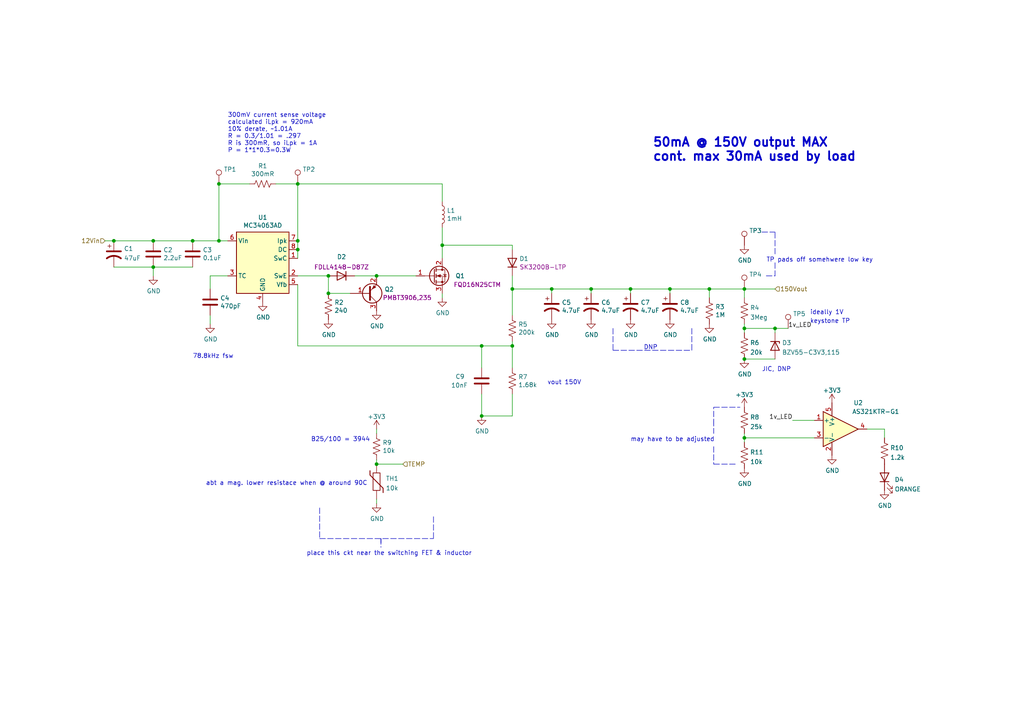
<source format=kicad_sch>
(kicad_sch (version 20211123) (generator eeschema)
  (paper "A4")
  (lib_symbols
    (symbol "Connector:TestPoint" (pin_numbers hide) (pin_names (offset 0.762) hide)
      (property "Reference" "TP" (at 0 6.858 0))
      (property "Value" "TestPoint" (at 0 5.08 0))
      (symbol "TestPoint_0_1"
        (circle (center 0 3.302) (radius 0.762))
      )
      (symbol "TestPoint_1_1"
        (pin passive line (at 0 0 90) (length 2.54) (name "1") (number "1"))
      )
    )
    (symbol "Device:C" (pin_numbers hide) (pin_names (offset 0.254))
      (property "Reference" "C" (at 0.635 2.54 0))
      (property "Value" "C" (at 0.635 -2.54 0))
      (symbol "C_0_1"
        (polyline (pts (xy -2.032 -0.762) (xy 2.032 -0.762)) (stroke (width 0.508)))
        (polyline (pts (xy -2.032 0.762) (xy 2.032 0.762)) (stroke (width 0.508)))
      )
      (symbol "C_1_1"
        (pin passive line (at 0 3.81 270) (length 2.794) (name "~") (number "1"))
        (pin passive line (at 0 -3.81 90) (length 2.794) (name "~") (number "2"))
      )
    )
    (symbol "Device:CP1" (pin_numbers hide) (pin_names (offset 0.254) hide)
      (property "Reference" "C" (at 0.635 2.54 0))
      (property "Value" "Device_CP1" (at 0.635 -2.54 0))
      (symbol "CP1_0_1"
        (polyline (pts (xy -2.032 0.762) (xy 2.032 0.762)) (stroke (width 0.508)))
        (polyline (pts (xy -1.778 2.286) (xy -0.762 2.286)))
        (polyline (pts (xy -1.27 1.778) (xy -1.27 2.794)))
        (arc (start 2.032 -1.27) (mid 0 -0.5572) (end -2.032 -1.27) (stroke (width 0.508)))
      )
      (symbol "CP1_1_1"
        (pin passive line (at 0 3.81 270) (length 2.794) (name "~") (number "1"))
        (pin passive line (at 0 -3.81 90) (length 3.302) (name "~") (number "2"))
      )
    )
    (symbol "Device:C_Polarized_US" (pin_numbers hide) (pin_names (offset 0.254) hide)
      (property "Reference" "C" (at 0.635 2.54 0))
      (property "Value" "C_Polarized_US" (at 0.635 -2.54 0))
      (symbol "C_Polarized_US_0_1"
        (polyline (pts (xy -2.032 0.762) (xy 2.032 0.762)) (stroke (width 0.508)))
        (polyline (pts (xy -1.778 2.286) (xy -0.762 2.286)))
        (polyline (pts (xy -1.27 1.778) (xy -1.27 2.794)))
        (arc (start 2.032 -1.27) (mid 0 -0.5572) (end -2.032 -1.27) (stroke (width 0.508)))
      )
      (symbol "C_Polarized_US_1_1"
        (pin passive line (at 0 3.81 270) (length 2.794) (name "~") (number "1"))
        (pin passive line (at 0 -3.81 90) (length 3.302) (name "~") (number "2"))
      )
    )
    (symbol "Device:D" (pin_numbers hide) (pin_names (offset 1.016) hide)
      (property "Reference" "D" (at 0 2.54 0))
      (property "Value" "D" (at 0 -2.54 0))
      (symbol "D_0_1"
        (polyline (pts (xy -1.27 1.27) (xy -1.27 -1.27)) (stroke (width 0.254)))
        (polyline (pts (xy 1.27 0) (xy -1.27 0)))
        (polyline (pts (xy 1.27 1.27) (xy 1.27 -1.27) (xy -1.27 0) (xy 1.27 1.27)) (stroke (width 0.254)))
      )
      (symbol "D_1_1"
        (pin passive line (at -3.81 0 0) (length 2.54) (name "K") (number "1"))
        (pin passive line (at 3.81 0 180) (length 2.54) (name "A") (number "2"))
      )
    )
    (symbol "Device:D_Zener" (pin_numbers hide) (pin_names (offset 1.016) hide)
      (property "Reference" "D" (at 0 2.54 0))
      (property "Value" "D_Zener" (at 0 -2.54 0))
      (symbol "D_Zener_0_1"
        (polyline (pts (xy 1.27 0) (xy -1.27 0)))
        (polyline (pts (xy -1.27 -1.27) (xy -1.27 1.27) (xy -0.762 1.27)) (stroke (width 0.254)))
        (polyline (pts (xy 1.27 -1.27) (xy 1.27 1.27) (xy -1.27 0) (xy 1.27 -1.27)) (stroke (width 0.254)))
      )
      (symbol "D_Zener_1_1"
        (pin passive line (at -3.81 0 0) (length 2.54) (name "K") (number "1"))
        (pin passive line (at 3.81 0 180) (length 2.54) (name "A") (number "2"))
      )
    )
    (symbol "Device:L" (pin_numbers hide) (pin_names (offset 1.016) hide)
      (property "Reference" "L" (at -1.27 0 90))
      (property "Value" "L" (at 1.905 0 90))
      (symbol "L_0_1"
        (arc (start 0 -2.54) (mid 0.635 -1.905) (end 0 -1.27))
        (arc (start 0 -1.27) (mid 0.635 -0.635) (end 0 0))
        (arc (start 0 0) (mid 0.635 0.635) (end 0 1.27))
        (arc (start 0 1.27) (mid 0.635 1.905) (end 0 2.54))
      )
      (symbol "L_1_1"
        (pin passive line (at 0 3.81 270) (length 1.27) (name "1") (number "1"))
        (pin passive line (at 0 -3.81 90) (length 1.27) (name "2") (number "2"))
      )
    )
    (symbol "Device:LED" (pin_numbers hide) (pin_names (offset 1.016) hide)
      (property "Reference" "D" (at 0 2.54 0))
      (property "Value" "LED" (at 0 -2.54 0))
      (symbol "LED_0_1"
        (polyline (pts (xy -1.27 -1.27) (xy -1.27 1.27)) (stroke (width 0.254)))
        (polyline (pts (xy -1.27 0) (xy 1.27 0)))
        (polyline (pts (xy 1.27 -1.27) (xy 1.27 1.27) (xy -1.27 0) (xy 1.27 -1.27)) (stroke (width 0.254)))
        (polyline (pts (xy -3.048 -0.762) (xy -4.572 -2.286) (xy -3.81 -2.286) (xy -4.572 -2.286) (xy -4.572 -1.524)))
        (polyline (pts (xy -1.778 -0.762) (xy -3.302 -2.286) (xy -2.54 -2.286) (xy -3.302 -2.286) (xy -3.302 -1.524)))
      )
      (symbol "LED_1_1"
        (pin passive line (at -3.81 0 0) (length 2.54) (name "K") (number "1"))
        (pin passive line (at 3.81 0 180) (length 2.54) (name "A") (number "2"))
      )
    )
    (symbol "Device:Q_NMOS_GDS" (pin_names (offset 0) hide)
      (property "Reference" "Q" (at 5.08 1.27 0))
      (property "Value" "Q_NMOS_GDS" (at 5.08 -1.27 0))
      (symbol "Q_NMOS_GDS_0_1"
        (polyline (pts (xy 0.254 0) (xy -2.54 0)))
        (polyline (pts (xy 0.254 1.905) (xy 0.254 -1.905)) (stroke (width 0.254)))
        (polyline (pts (xy 0.762 -1.27) (xy 0.762 -2.286)) (stroke (width 0.254)))
        (polyline (pts (xy 0.762 0.508) (xy 0.762 -0.508)) (stroke (width 0.254)))
        (polyline (pts (xy 0.762 2.286) (xy 0.762 1.27)) (stroke (width 0.254)))
        (polyline (pts (xy 2.54 2.54) (xy 2.54 1.778)))
        (polyline (pts (xy 2.54 -2.54) (xy 2.54 0) (xy 0.762 0)))
        (polyline (pts (xy 0.762 -1.778) (xy 3.302 -1.778) (xy 3.302 1.778) (xy 0.762 1.778)))
        (polyline (pts (xy 1.016 0) (xy 2.032 0.381) (xy 2.032 -0.381) (xy 1.016 0)) (fill (type outline)))
        (polyline (pts (xy 2.794 0.508) (xy 2.921 0.381) (xy 3.683 0.381) (xy 3.81 0.254)))
        (polyline (pts (xy 3.302 0.381) (xy 2.921 -0.254) (xy 3.683 -0.254) (xy 3.302 0.381)))
        (circle (center 1.651 0) (radius 2.794) (stroke (width 0.254)))
        (circle (center 2.54 -1.778) (radius 0.254) (fill (type outline)))
        (circle (center 2.54 1.778) (radius 0.254) (fill (type outline)))
      )
      (symbol "Q_NMOS_GDS_1_1"
        (pin input line (at -5.08 0 0) (length 2.54) (name "G") (number "1"))
        (pin passive line (at 2.54 5.08 270) (length 2.54) (name "D") (number "2"))
        (pin passive line (at 2.54 -5.08 90) (length 2.54) (name "S") (number "3"))
      )
    )
    (symbol "Device:Q_PNP_BEC" (pin_names (offset 0) hide)
      (property "Reference" "Q" (at 5.08 1.27 0))
      (property "Value" "Q_PNP_BEC" (at 5.08 -1.27 0))
      (symbol "Q_PNP_BEC_0_1"
        (polyline (pts (xy 0.635 0.635) (xy 2.54 2.54)))
        (polyline (pts (xy 0.635 -0.635) (xy 2.54 -2.54) (xy 2.54 -2.54)))
        (polyline (pts (xy 0.635 1.905) (xy 0.635 -1.905) (xy 0.635 -1.905)) (stroke (width 0.508)))
        (polyline (pts (xy 2.286 -1.778) (xy 1.778 -2.286) (xy 1.27 -1.27) (xy 2.286 -1.778) (xy 2.286 -1.778)) (fill (type outline)))
        (circle (center 1.27 0) (radius 2.8194) (stroke (width 0.254)))
      )
      (symbol "Q_PNP_BEC_1_1"
        (pin input line (at -5.08 0 0) (length 5.715) (name "B") (number "1"))
        (pin passive line (at 2.54 -5.08 90) (length 2.54) (name "E") (number "2"))
        (pin passive line (at 2.54 5.08 270) (length 2.54) (name "C") (number "3"))
      )
    )
    (symbol "Device:R_US" (pin_numbers hide) (pin_names (offset 0))
      (property "Reference" "R" (at 2.54 0 90))
      (property "Value" "R_US" (at -2.54 0 90))
      (symbol "R_US_0_1"
        (polyline (pts (xy 0 -2.286) (xy 0 -2.54)))
        (polyline (pts (xy 0 2.286) (xy 0 2.54)))
        (polyline (pts (xy 0 -0.762) (xy 1.016 -1.143) (xy 0 -1.524) (xy -1.016 -1.905) (xy 0 -2.286)))
        (polyline (pts (xy 0 0.762) (xy 1.016 0.381) (xy 0 0) (xy -1.016 -0.381) (xy 0 -0.762)))
        (polyline (pts (xy 0 2.286) (xy 1.016 1.905) (xy 0 1.524) (xy -1.016 1.143) (xy 0 0.762)))
      )
      (symbol "R_US_1_1"
        (pin passive line (at 0 3.81 270) (length 1.27) (name "~") (number "1"))
        (pin passive line (at 0 -3.81 90) (length 1.27) (name "~") (number "2"))
      )
    )
    (symbol "Device:Thermistor" (pin_numbers hide) (pin_names (offset 0))
      (property "Reference" "TH" (at 2.54 1.27 90))
      (property "Value" "Thermistor" (at -2.54 0 90))
      (symbol "Thermistor_0_1"
        (rectangle (start -1.016 2.54) (end 1.016 -2.54) (stroke (width 0.2032)))
        (polyline (pts (xy -1.905 3.175) (xy -1.905 1.905) (xy 1.905 -1.905) (xy 1.905 -3.175) (xy 1.905 -3.175)) (stroke (width 0.254)))
      )
      (symbol "Thermistor_1_1"
        (pin passive line (at 0 5.08 270) (length 2.54) (name "~") (number "1"))
        (pin passive line (at 0 -5.08 90) (length 2.54) (name "~") (number "2"))
      )
    )
    (symbol "Regulator_Switching:MC34063AD"
      (property "Reference" "U" (at -7.62 8.89 0))
      (property "Value" "MC34063AD" (at 0 8.89 0))
      (symbol "MC34063AD_0_1"
        (rectangle (start -7.62 7.62) (end 7.62 -10.16) (stroke (width 0.254)) (fill (type background)))
      )
      (symbol "MC34063AD_1_1"
        (pin open_collector line (at 10.16 0 180) (length 2.54) (name "SwC") (number "1"))
        (pin open_emitter line (at 10.16 -5.08 180) (length 2.54) (name "SwE") (number "2"))
        (pin passive line (at -10.16 -5.08 0) (length 2.54) (name "TC") (number "3"))
        (pin power_in line (at 0 -12.7 90) (length 2.54) (name "GND") (number "4"))
        (pin input line (at 10.16 -7.62 180) (length 2.54) (name "Vfb") (number "5"))
        (pin power_in line (at -10.16 5.08 0) (length 2.54) (name "Vin") (number "6"))
        (pin input line (at 10.16 5.08 180) (length 2.54) (name "Ipk") (number "7"))
        (pin open_collector line (at 10.16 2.54 180) (length 2.54) (name "DC") (number "8"))
      )
    )
    (symbol "nixie-tube-clock:AS321KTR-G1" (pin_names (offset 0.127))
      (property "Reference" "U" (at 0 6.35 0))
      (property "Value" "AS321KTR-G1" (at 0 3.81 0))
      (symbol "AS321KTR-G1_0_1"
        (polyline (pts (xy -5.08 5.08) (xy 5.08 0) (xy -5.08 -5.08) (xy -5.08 5.08)) (stroke (width 0.254)) (fill (type background)))
      )
      (symbol "AS321KTR-G1_1_1"
        (pin input line (at -7.62 2.54 0) (length 2.54) (name "+") (number "1"))
        (pin power_in line (at -2.54 -7.62 90) (length 3.81) (name "V-") (number "2"))
        (pin input line (at -7.62 -2.54 0) (length 2.54) (name "-") (number "3"))
        (pin output line (at 7.62 0 180) (length 2.54) (name "~") (number "4"))
        (pin power_in line (at -2.54 7.62 270) (length 3.81) (name "V+") (number "5"))
      )
    )
    (symbol "power:+3.3V" (power) (pin_names (offset 0))
      (property "Value" "+3.3V" (at 0 3.556 0))
      (symbol "+3.3V_0_1"
        (polyline (pts (xy -0.762 1.27) (xy 0 2.54)))
        (polyline (pts (xy 0 0) (xy 0 2.54)))
        (polyline (pts (xy 0 2.54) (xy 0.762 1.27)))
      )
      (symbol "+3.3V_1_1"
        (pin power_in line (at 0 0 90) (length 0) hide (name "+3V3") (number "1"))
      )
    )
    (symbol "power:GND" (power) (pin_names (offset 0))
      (property "Value" "GND" (at 0 -3.81 0))
      (symbol "GND_0_1"
        (polyline (pts (xy 0 0) (xy 0 -1.27) (xy 1.27 -1.27) (xy 0 -2.54) (xy -1.27 -1.27) (xy 0 -1.27)))
      )
      (symbol "GND_1_1"
        (pin power_in line (at 0 0 270) (length 0) hide (name "GND") (number "1"))
      )
    )
  )
  (junction (at 182.88 83.82))
  (junction (at 44.45 69.85))
  (junction (at 215.9 95.25))
  (junction (at 205.74 83.82))
  (junction (at 109.22 134.62))
  (junction (at 194.31 83.82))
  (junction (at 128.27 71.12))
  (junction (at 215.9 83.82))
  (junction (at 160.02 83.82))
  (junction (at 33.02 69.85))
  (junction (at 63.5 53.34))
  (junction (at 44.45 77.47))
  (junction (at 95.25 85.09))
  (junction (at 148.59 100.33))
  (junction (at 139.7 100.33))
  (junction (at 95.25 80.01))
  (junction (at 86.36 53.34))
  (junction (at 139.7 120.65))
  (junction (at 86.36 69.85))
  (junction (at 224.79 95.25))
  (junction (at 63.5 69.85))
  (junction (at 215.9 104.14))
  (junction (at 55.88 69.85))
  (junction (at 109.22 80.01))
  (junction (at 86.36 72.39))
  (junction (at 148.59 83.82))
  (junction (at 215.9 127))
  (junction (at 171.45 83.82))
  (wire (pts (xy 30.48 69.85) (xy 33.02 69.85)))
  (wire (pts (xy 148.59 80.01) (xy 148.59 83.82)))
  (wire (pts (xy 205.74 86.36) (xy 205.74 83.82)))
  (polyline (pts (xy 92.71 156.21) (xy 125.73 156.21)))
  (polyline (pts (xy 177.8 101.6) (xy 200.66 101.6)))
  (polyline (pts (xy 177.8 95.25) (xy 177.8 101.6)))
  (wire (pts (xy 215.9 83.82) (xy 215.9 86.36)))
  (polyline (pts (xy 110.49 156.21) (xy 110.49 158.75)))
  (polyline (pts (xy 125.73 149.86) (xy 125.73 156.21)))
  (wire (pts (xy 55.88 69.85) (xy 63.5 69.85)))
  (wire (pts (xy 128.27 53.34) (xy 128.27 58.42)))
  (wire (pts (xy 148.59 83.82) (xy 148.59 91.44)))
  (wire (pts (xy 109.22 144.78) (xy 109.22 146.05)))
  (wire (pts (xy 215.9 95.25) (xy 224.79 95.25)))
  (wire (pts (xy 95.25 85.09) (xy 101.6 85.09)))
  (polyline (pts (xy 224.79 76.2) (xy 224.79 80.01)))
  (wire (pts (xy 66.04 80.01) (xy 60.96 80.01)))
  (wire (pts (xy 128.27 66.04) (xy 128.27 71.12)))
  (polyline (pts (xy 207.01 129.54) (xy 207.01 134.62)))
  (polyline (pts (xy 207.01 118.11) (xy 214.63 118.11)))
  (wire (pts (xy 224.79 95.25) (xy 224.79 96.52)))
  (wire (pts (xy 102.87 80.01) (xy 109.22 80.01)))
  (wire (pts (xy 95.25 80.01) (xy 95.25 85.09)))
  (wire (pts (xy 215.9 104.14) (xy 224.79 104.14)))
  (wire (pts (xy 86.36 53.34) (xy 80.01 53.34)))
  (polyline (pts (xy 222.25 80.01) (xy 224.79 80.01)))
  (wire (pts (xy 60.96 80.01) (xy 60.96 83.82)))
  (wire (pts (xy 139.7 114.3) (xy 139.7 120.65)))
  (wire (pts (xy 148.59 83.82) (xy 160.02 83.82)))
  (wire (pts (xy 44.45 77.47) (xy 44.45 80.01)))
  (wire (pts (xy 148.59 71.12) (xy 148.59 72.39)))
  (wire (pts (xy 215.9 95.25) (xy 215.9 96.52)))
  (wire (pts (xy 160.02 83.82) (xy 171.45 83.82)))
  (wire (pts (xy 171.45 85.09) (xy 171.45 83.82)))
  (wire (pts (xy 95.25 80.01) (xy 86.36 80.01)))
  (wire (pts (xy 215.9 125.73) (xy 215.9 127)))
  (wire (pts (xy 205.74 83.82) (xy 215.9 83.82)))
  (wire (pts (xy 139.7 100.33) (xy 139.7 106.68)))
  (wire (pts (xy 148.59 120.65) (xy 139.7 120.65)))
  (wire (pts (xy 194.31 83.82) (xy 205.74 83.82)))
  (wire (pts (xy 215.9 127) (xy 215.9 128.27)))
  (wire (pts (xy 55.88 77.47) (xy 44.45 77.47)))
  (polyline (pts (xy 207.01 134.62) (xy 213.36 134.62)))
  (wire (pts (xy 33.02 69.85) (xy 44.45 69.85)))
  (wire (pts (xy 148.59 100.33) (xy 139.7 100.33)))
  (wire (pts (xy 148.59 99.06) (xy 148.59 100.33)))
  (wire (pts (xy 63.5 69.85) (xy 66.04 69.85)))
  (polyline (pts (xy 110.49 156.21) (xy 110.49 157.48)))
  (wire (pts (xy 33.02 77.47) (xy 44.45 77.47)))
  (wire (pts (xy 148.59 71.12) (xy 128.27 71.12)))
  (wire (pts (xy 72.39 53.34) (xy 63.5 53.34)))
  (wire (pts (xy 139.7 100.33) (xy 86.36 100.33)))
  (wire (pts (xy 224.79 95.25) (xy 228.6 95.25)))
  (wire (pts (xy 86.36 69.85) (xy 86.36 53.34)))
  (polyline (pts (xy 207.01 121.92) (xy 207.01 125.73)))
  (polyline (pts (xy 224.79 73.66) (xy 224.79 67.31)))
  (wire (pts (xy 44.45 69.85) (xy 55.88 69.85)))
  (wire (pts (xy 251.46 124.46) (xy 256.54 124.46)))
  (wire (pts (xy 215.9 83.82) (xy 224.79 83.82)))
  (wire (pts (xy 109.22 133.35) (xy 109.22 134.62)))
  (polyline (pts (xy 220.98 67.31) (xy 224.79 67.31)))
  (wire (pts (xy 109.22 134.62) (xy 116.84 134.62)))
  (wire (pts (xy 171.45 83.82) (xy 182.88 83.82)))
  (wire (pts (xy 86.36 53.34) (xy 128.27 53.34)))
  (wire (pts (xy 109.22 80.01) (xy 120.65 80.01)))
  (wire (pts (xy 128.27 71.12) (xy 128.27 74.93)))
  (polyline (pts (xy 207.01 123.19) (xy 207.01 118.11)))
  (wire (pts (xy 86.36 74.93) (xy 86.36 72.39)))
  (wire (pts (xy 229.87 121.92) (xy 236.22 121.92)))
  (polyline (pts (xy 92.71 147.32) (xy 92.71 156.21)))
  (wire (pts (xy 160.02 85.09) (xy 160.02 83.82)))
  (wire (pts (xy 215.9 93.98) (xy 215.9 95.25)))
  (wire (pts (xy 194.31 85.09) (xy 194.31 83.82)))
  (wire (pts (xy 148.59 100.33) (xy 148.59 106.68)))
  (wire (pts (xy 86.36 100.33) (xy 86.36 82.55)))
  (wire (pts (xy 109.22 124.46) (xy 109.22 125.73)))
  (wire (pts (xy 63.5 53.34) (xy 63.5 69.85)))
  (wire (pts (xy 182.88 83.82) (xy 194.31 83.82)))
  (wire (pts (xy 236.22 127) (xy 215.9 127)))
  (wire (pts (xy 182.88 85.09) (xy 182.88 83.82)))
  (wire (pts (xy 256.54 124.46) (xy 256.54 127)))
  (wire (pts (xy 128.27 85.09) (xy 128.27 86.36)))
  (wire (pts (xy 60.96 91.44) (xy 60.96 93.98)))
  (wire (pts (xy 86.36 72.39) (xy 86.36 69.85)))
  (polyline (pts (xy 200.66 95.25) (xy 200.66 101.6)))
  (wire (pts (xy 148.59 114.3) (xy 148.59 120.65)))
  (text "keystone TP" (at 234.95 93.98 0) (effects (font (size 1.27 1.27)) (justify left bottom)))
  (text "place this ckt near the switching FET & inductor" (at 88.9 161.29 0) (effects (font (size 1.27 1.27)) (justify left bottom)))
  (text "78.8kHz fsw" (at 55.88 104.14 0) (effects (font (size 1.27 1.27)) (justify left bottom)))
  (text "may have to be adjusted " (at 182.88 128.27 0) (effects (font (size 1.27 1.27)) (justify left bottom)))
  (text "300mV current sense voltage\ncalculated iLpk = 920mA\n10% derate, ~1.01A\nR = 0.3/1.01 = .297\nR is 300mR, so iLpk = 1A\nP = 1*1*0.3=0.3W" (at 66.04 44.45 0) (effects (font (size 1.27 1.27)) (justify left bottom)))
  (text "TP pads off somehwere low key" (at 222.25 76.2 0) (effects (font (size 1.27 1.27)) (justify left bottom)))
  (text "B25/100 = 3944" (at 90.17 128.27 0) (effects (font (size 1.27 1.27)) (justify left bottom)))
  (text "ideally 1V" (at 234.95 91.44 0) (effects (font (size 1.27 1.27)) (justify left bottom)))
  (text "JIC, DNP" (at 220.98 107.95 0) (effects (font (size 1.27 1.27)) (justify left bottom)))
  (text "50mA @ 150V output MAX\ncont. max 30mA used by load" (at 189.23 46.99 0) (effects (font (size 2.54 2.54) (thickness 0.508) bold) (justify left bottom)))
  (text "DNP" (at 186.69 101.6 0) (effects (font (size 1.27 1.27)) (justify left bottom)))
  (text "abt a mag. lower resistace when @ around 90C" (at 59.69 140.97 0) (effects (font (size 1.27 1.27)) (justify left bottom)))
  (text "vout 150V" (at 158.75 111.76 0) (effects (font (size 1.27 1.27)) (justify left bottom)))
  (label "1v_LED" (at 228.6 95.25 0))
  (label "1v_LED" (at 229.87 121.92 180))
  (hierarchical_label "12Vin" (shape input) (at 30.48 69.85 180))
  (hierarchical_label "150Vout" (shape input) (at 224.79 83.82 0))
  (hierarchical_label "TEMP" (shape input) (at 116.84 134.62 0))
  (symbol (lib_id "power:+3.3V") (at 241.3 116.84 0) (unit 1)
    (property "Reference" "#PWR014" (effects hide))
    (property "Value" "+3.3V" (at 241.3 113.2355 0))
  )
  (symbol (lib_id "Device:L") (at 128.27 62.23 0) (unit 1)
    (property "Reference" "L1" (at 129.5908 61.0616 0) (effects (justify left)))
    (property "Value" "1mH" (at 129.5908 63.373 0) (effects (justify left)))
    (property "Footprint" "nixie_tube_clock:PM2120" (effects hide))
    (property "Datasheet" "PM2110-102K-RC" (effects hide))
  )
  (symbol (lib_id "Device:R_US") (at 215.9 90.17 0) (unit 1)
    (property "Reference" "R4" (at 217.551 89.2615 0) (effects (justify left)))
    (property "Value" "3Meg" (at 217.551 92.0366 0) (effects (justify left)))
    (property "Footprint" "Resistor_SMD:R_0805_2012Metric" (effects hide))
  )
  (symbol (lib_id "Connector:TestPoint") (at 63.5 53.34 0) (unit 1)
    (property "Reference" "TP1" (at 64.897 49.1295 0) (effects (justify left)))
    (property "Value" "TestPoint" (effects hide))
    (property "Footprint" "TestPoint:TestPoint_Pad_D1.5mm" (effects hide))
  )
  (symbol (lib_id "power:GND") (at 109.22 146.05 0) (unit 1)
    (property "Reference" "#PWR021" (effects hide))
    (property "Value" "GND" (at 109.347 150.4442 0))
  )
  (symbol (lib_id "Device:R_US") (at 205.74 90.17 0) (unit 1)
    (property "Reference" "R3" (at 207.4672 89.0016 0) (effects (justify left)))
    (property "Value" "1M" (at 207.4672 91.313 0) (effects (justify left)))
    (property "Footprint" "Resistor_SMD:R_0805_2012Metric" (effects hide))
    (property "Datasheet" "RC0805JR-071ML" (effects hide))
  )
  (symbol (lib_id "Connector:TestPoint") (at 228.6 95.25 0) (unit 1)
    (property "Reference" "TP5" (at 229.997 91.0395 0) (effects (justify left)))
    (property "Value" "TestPoint" (effects hide))
    (property "Footprint" "TestPoint:TestPoint_Keystone_5000-5004_Miniature" (effects hide))
  )
  (symbol (lib_id "Device:C") (at 60.96 87.63 0) (unit 1)
    (property "Reference" "C4" (at 63.881 86.4616 0) (effects (justify left)))
    (property "Value" "470pF" (at 63.881 88.773 0) (effects (justify left)))
    (property "Footprint" "Capacitor_SMD:C_0805_2012Metric_Pad1.18x1.45mm_HandSolder" (effects hide))
    (property "Datasheet" "CL21B471KCANNNC" (effects hide))
  )
  (symbol (lib_id "Device:CP1") (at 171.45 88.9 0) (unit 1)
    (property "Reference" "C6" (at 174.371 87.7316 0) (effects (justify left)))
    (property "Value" "4.7uF" (at 174.371 90.043 0) (effects (justify left)))
    (property "Footprint" "Capacitor_THT:CP_Radial_D10.0mm_P5.00mm" (effects hide))
    (property "Datasheet" "UPJ2E4R7MPD1TD" (effects hide))
  )
  (symbol (lib_id "Device:C") (at 139.7 110.49 0) (unit 1)
    (property "Reference" "C9" (at 132.08 109.22 0) (effects (justify left)))
    (property "Value" "10nF" (at 130.81 111.76 0) (effects (justify left)))
    (property "Footprint" "Capacitor_SMD:C_0805_2012Metric_Pad1.18x1.45mm_HandSolder" (effects hide))
    (property "Datasheet" "C0805C103J5RAC7800" (effects hide))
  )
  (symbol (lib_id "power:GND") (at 60.96 93.98 0) (unit 1)
    (property "Reference" "#PWR011" (effects hide))
    (property "Value" "GND" (at 61.087 98.3742 0))
  )
  (symbol (lib_id "Connector:TestPoint") (at 215.9 71.12 0) (unit 1)
    (property "Reference" "TP3" (at 217.297 66.9095 0) (effects (justify left)))
    (property "Value" "TestPoint" (effects hide))
    (property "Footprint" "TestPoint:TestPoint_Pad_D1.5mm" (effects hide))
  )
  (symbol (lib_id "Device:Thermistor") (at 109.22 139.7 0) (unit 1)
    (property "Reference" "TH1" (at 111.887 138.7915 0) (effects (justify left)))
    (property "Value" "10k" (at 111.887 141.5666 0) (effects (justify left)))
    (property "Footprint" "Resistor_SMD:R_0805_2012Metric" (effects hide))
    (property "Datasheet" "NCP21XV103J03RA" (effects hide))
  )
  (symbol (lib_id "power:GND") (at 215.9 104.14 0) (unit 1)
    (property "Reference" "#PWR013" (effects hide))
    (property "Value" "GND" (at 216.027 108.5342 0))
  )
  (symbol (lib_id "Device:CP1") (at 194.31 88.9 0) (unit 1)
    (property "Reference" "C8" (at 197.231 87.7316 0) (effects (justify left)))
    (property "Value" "4.7uF" (at 197.231 90.043 0) (effects (justify left)))
    (property "Footprint" "Capacitor_THT:CP_Radial_D10.0mm_P5.00mm" (effects hide))
    (property "Datasheet" "UPJ2E4R7MPD1TD" (effects hide))
  )
  (symbol (lib_id "Connector:TestPoint") (at 215.9 83.82 0) (unit 1)
    (property "Reference" "TP4" (at 217.297 79.6095 0) (effects (justify left)))
    (property "Value" "TestPoint" (effects hide))
    (property "Footprint" "TestPoint:TestPoint_Pad_D1.5mm" (effects hide))
  )
  (symbol (lib_id "Device:R_US") (at 76.2 53.34 270) (unit 1)
    (property "Reference" "R1" (at 76.2 48.133 90))
    (property "Value" "300mR" (at 76.2 50.4444 90))
    (property "Footprint" "Resistor_SMD:R_0805_2012Metric" (effects hide))
  )
  (symbol (lib_id "Device:R_US") (at 256.54 130.81 0) (unit 1)
    (property "Reference" "R10" (at 258.191 129.9015 0) (effects (justify left)))
    (property "Value" "1.2k" (at 258.191 132.6766 0) (effects (justify left)))
    (property "Footprint" "Resistor_SMD:R_0805_2012Metric" (effects hide))
  )
  (symbol (lib_id "Device:R_US") (at 215.9 121.92 0) (unit 1)
    (property "Reference" "R8" (at 217.551 121.0115 0) (effects (justify left)))
    (property "Value" "25k" (at 217.551 123.7866 0) (effects (justify left)))
    (property "Footprint" "Resistor_SMD:R_0805_2012Metric" (effects hide))
  )
  (symbol (lib_id "Device:R_US") (at 148.59 95.25 0) (unit 1)
    (property "Reference" "R5" (at 150.3172 94.0816 0) (effects (justify left)))
    (property "Value" "200k" (at 150.3172 96.393 0) (effects (justify left)))
    (property "Footprint" "Resistor_SMD:R_0805_2012Metric" (effects hide))
    (property "Datasheet" "RT0805FRE07180KL" (effects hide))
  )
  (symbol (lib_id "power:GND") (at 182.88 92.71 0) (unit 1)
    (property "Reference" "#PWR09" (effects hide))
    (property "Value" "GND" (at 183.007 97.1042 0))
  )
  (symbol (lib_id "nixie-tube-clock:AS321KTR-G1") (at 243.84 124.46 0) (unit 1)
    (property "Reference" "U2" (at 248.92 116.84 0))
    (property "Value" "AS321KTR-G1" (at 254 119.38 0))
    (property "Footprint" "Package_TO_SOT_SMD:SOT-23-5" (effects hide))
  )
  (symbol (lib_id "power:GND") (at 95.25 92.71 0) (unit 1)
    (property "Reference" "#PWR06" (effects hide))
    (property "Value" "GND" (at 95.377 97.1042 0))
  )
  (symbol (lib_id "Connector:TestPoint") (at 86.36 53.34 0) (unit 1)
    (property "Reference" "TP2" (at 87.757 49.1295 0) (effects (justify left)))
    (property "Value" "TestPoint" (effects hide))
    (property "Footprint" "TestPoint:TestPoint_Pad_D1.5mm" (effects hide))
  )
  (symbol (lib_id "Device:C_Polarized_US") (at 33.02 73.66 0) (unit 1)
    (property "Reference" "C1" (at 35.941 72.1165 0) (effects (justify left)))
    (property "Value" "47uF" (at 35.941 74.8916 0) (effects (justify left)))
    (property "Footprint" "Capacitor_THT:CP_Radial_D6.3mm_P2.50mm" (effects hide))
    (property "Datasheet" "63YXJ47M6.3X11" (effects hide))
  )
  (symbol (lib_id "power:GND") (at 194.31 92.71 0) (unit 1)
    (property "Reference" "#PWR010" (effects hide))
    (property "Value" "GND" (at 194.437 97.1042 0))
  )
  (symbol (lib_id "Device:D") (at 148.59 76.2 90) (unit 1)
    (property "Reference" "D1" (at 150.622 75.0316 90) (effects (justify right)))
    (property "Value" "SK3200B-LTP" (effects hide))
    (property "Footprint" "Diode_SMD:D_SMB" (effects hide))
    (property "Datasheet" "SK3200B-LTP" (at 157.48 77.47 90))
  )
  (symbol (lib_id "power:GND") (at 171.45 92.71 0) (unit 1)
    (property "Reference" "#PWR08" (effects hide))
    (property "Value" "GND" (at 171.577 97.1042 0))
  )
  (symbol (lib_id "Device:D") (at 99.06 80.01 0) (mirror y) (unit 1)
    (property "Reference" "D2" (at 99.06 74.4982 0))
    (property "Value" "FDLL4148-D87Z" (effects hide))
    (property "Footprint" "Diode_SMD:D_MiniMELF" (effects hide))
    (property "Datasheet" "FDLL4148-D87Z" (at 99.06 77.47 0))
  )
  (symbol (lib_id "Device:D_Zener") (at 224.79 100.33 270) (unit 1)
    (property "Reference" "D3" (at 226.822 99.4215 90) (effects (justify left)))
    (property "Value" "BZV55-C3V3,115" (at 226.822 102.1966 90) (effects (justify left)))
    (property "Footprint" "Diode_SMD:D_MiniMELF" (effects hide))
  )
  (symbol (lib_id "power:GND") (at 215.9 71.12 0) (unit 1)
    (property "Reference" "#PWR01" (effects hide))
    (property "Value" "GND" (at 216.027 75.5142 0))
  )
  (symbol (lib_id "power:GND") (at 109.22 90.17 0) (unit 1)
    (property "Reference" "#PWR05" (effects hide))
    (property "Value" "GND" (at 109.347 94.5642 0))
  )
  (symbol (lib_id "power:+3.3V") (at 215.9 118.11 0) (unit 1)
    (property "Reference" "#PWR015" (effects hide))
    (property "Value" "+3.3V" (at 215.9 114.5055 0))
  )
  (symbol (lib_id "Device:Q_NMOS_GDS") (at 125.73 80.01 0) (unit 1)
    (property "Reference" "Q1" (at 132.08 80.01 0) (effects (justify left)))
    (property "Value" "FQD16N25CTM" (effects hide))
    (property "Footprint" "Package_TO_SOT_SMD:TO-252-2" (effects hide))
    (property "Datasheet" "FQD16N25CTM" (at 138.43 82.55 0))
  )
  (symbol (lib_id "power:GND") (at 205.74 93.98 0) (unit 1)
    (property "Reference" "#PWR012" (effects hide))
    (property "Value" "GND" (at 205.867 98.3742 0))
  )
  (symbol (lib_id "power:GND") (at 160.02 92.71 0) (unit 1)
    (property "Reference" "#PWR07" (effects hide))
    (property "Value" "GND" (at 160.147 97.1042 0))
  )
  (symbol (lib_id "power:+3.3V") (at 109.22 124.46 0) (unit 1)
    (property "Reference" "#PWR017" (effects hide))
    (property "Value" "+3.3V" (at 109.22 120.8555 0))
  )
  (symbol (lib_id "Device:R_US") (at 109.22 129.54 0) (unit 1)
    (property "Reference" "R9" (at 110.9472 128.3716 0) (effects (justify left)))
    (property "Value" "10k" (at 110.9472 130.683 0) (effects (justify left)))
    (property "Footprint" "Resistor_SMD:R_0805_2012Metric" (effects hide))
  )
  (symbol (lib_id "power:GND") (at 44.45 80.01 0) (unit 1)
    (property "Reference" "#PWR02" (effects hide))
    (property "Value" "GND" (at 44.577 84.4042 0))
  )
  (symbol (lib_id "power:GND") (at 128.27 86.36 0) (unit 1)
    (property "Reference" "#PWR03" (effects hide))
    (property "Value" "GND" (at 128.397 90.7542 0))
  )
  (symbol (lib_id "power:GND") (at 139.7 120.65 0) (unit 1)
    (property "Reference" "#PWR016" (effects hide))
    (property "Value" "GND" (at 139.827 125.0442 0))
  )
  (symbol (lib_id "Device:CP1") (at 182.88 88.9 0) (unit 1)
    (property "Reference" "C7" (at 185.801 87.7316 0) (effects (justify left)))
    (property "Value" "4.7uF" (at 185.801 90.043 0) (effects (justify left)))
    (property "Footprint" "Capacitor_THT:CP_Radial_D10.0mm_P5.00mm" (effects hide))
    (property "Datasheet" "UPJ2E4R7MPD1TD" (effects hide))
  )
  (symbol (lib_id "power:GND") (at 256.54 142.24 0) (unit 1)
    (property "Reference" "#PWR020" (effects hide))
    (property "Value" "GND" (at 256.667 146.6342 0))
  )
  (symbol (lib_id "Device:R_US") (at 215.9 100.33 0) (unit 1)
    (property "Reference" "R6" (at 217.551 99.4215 0) (effects (justify left)))
    (property "Value" "20k" (at 217.551 102.1966 0) (effects (justify left)))
    (property "Footprint" "Resistor_SMD:R_0805_2012Metric" (effects hide))
  )
  (symbol (lib_id "Device:R_US") (at 215.9 132.08 0) (unit 1)
    (property "Reference" "R11" (at 217.551 131.1715 0) (effects (justify left)))
    (property "Value" "10k" (at 217.551 133.9466 0) (effects (justify left)))
    (property "Footprint" "Resistor_SMD:R_0805_2012Metric" (effects hide))
  )
  (symbol (lib_id "power:GND") (at 215.9 135.89 0) (unit 1)
    (property "Reference" "#PWR019" (effects hide))
    (property "Value" "GND" (at 216.027 140.2842 0))
  )
  (symbol (lib_id "Device:CP1") (at 160.02 88.9 0) (unit 1)
    (property "Reference" "C5" (at 162.941 87.7316 0) (effects (justify left)))
    (property "Value" "4.7uF" (at 162.941 90.043 0) (effects (justify left)))
    (property "Footprint" "Capacitor_THT:CP_Radial_D10.0mm_P5.00mm" (effects hide))
    (property "Datasheet" "UPJ2E4R7MPD1TD" (effects hide))
  )
  (symbol (lib_id "Device:LED") (at 256.54 138.43 90) (unit 1)
    (property "Reference" "D4" (at 259.461 139.109 90) (effects (justify right)))
    (property "Value" "ORANGE" (at 259.461 141.8841 90) (effects (justify right)))
    (property "Footprint" "Diode_SMD:D_0805_2012Metric" (effects hide))
    (property "Datasheet" "LO R976-PS-1" (effects hide))
  )
  (symbol (lib_id "Device:C") (at 44.45 73.66 0) (unit 1)
    (property "Reference" "C2" (at 47.371 72.4916 0) (effects (justify left)))
    (property "Value" "2.2uF" (at 47.371 74.803 0) (effects (justify left)))
    (property "Footprint" "Capacitor_SMD:C_0805_2012Metric_Pad1.18x1.45mm_HandSolder" (effects hide))
    (property "Datasheet" "CL21A225KAFNNNG" (effects hide))
  )
  (symbol (lib_id "Regulator_Switching:MC34063AD") (at 76.2 74.93 0) (unit 1)
    (property "Reference" "U1" (at 76.2 63.0682 0))
    (property "Value" "MC34063AD" (at 76.2 65.3796 0))
    (property "Footprint" "Package_SO:SOIC-8_3.9x4.9mm_P1.27mm" (effects hide))
    (property "Datasheet" "MC34063AD" (effects hide))
  )
  (symbol (lib_id "Device:R_US") (at 148.59 110.49 0) (unit 1)
    (property "Reference" "R7" (at 150.3172 109.3216 0) (effects (justify left)))
    (property "Value" "1.68k" (at 150.3172 111.633 0) (effects (justify left)))
    (property "Footprint" "Resistor_SMD:R_0805_2012Metric" (effects hide))
  )
  (symbol (lib_id "power:GND") (at 241.3 132.08 0) (unit 1)
    (property "Reference" "#PWR018" (effects hide))
    (property "Value" "GND" (at 241.427 136.4742 0))
  )
  (symbol (lib_id "Device:R_US") (at 95.25 88.9 0) (unit 1)
    (property "Reference" "R2" (at 96.9772 87.7316 0) (effects (justify left)))
    (property "Value" "240" (at 96.9772 90.043 0) (effects (justify left)))
    (property "Footprint" "Resistor_SMD:R_0805_2012Metric" (effects hide))
    (property "Datasheet" "RNCF0805DTE240R" (effects hide))
  )
  (symbol (lib_id "Device:Q_PNP_BEC") (at 106.68 85.09 0) (mirror x) (unit 1)
    (property "Reference" "Q2" (at 111.506 83.9216 0) (effects (justify left)))
    (property "Value" "PMBT3906,235" (effects hide))
    (property "Footprint" "Package_TO_SOT_SMD:SOT-23" (effects hide))
    (property "Datasheet" "PMBT3906,235" (at 118.11 86.36 0))
  )
  (symbol (lib_id "Device:C") (at 55.88 73.66 0) (unit 1)
    (property "Reference" "C3" (at 58.801 72.4916 0) (effects (justify left)))
    (property "Value" "0.1uF" (at 58.801 74.803 0) (effects (justify left)))
    (property "Footprint" "Capacitor_SMD:C_0805_2012Metric_Pad1.18x1.45mm_HandSolder" (effects hide))
    (property "Datasheet" "08053C104KAT2A" (effects hide))
  )
  (symbol (lib_id "power:GND") (at 76.2 87.63 0) (unit 1)
    (property "Reference" "#PWR04" (effects hide))
    (property "Value" "GND" (at 76.327 92.0242 0))
  )
)
</source>
